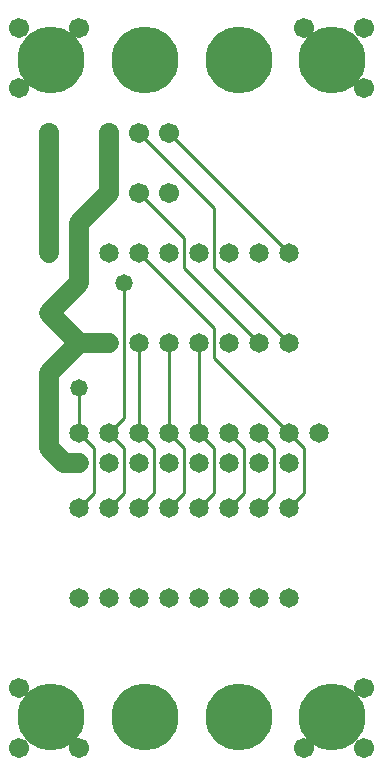
<source format=gtl>
%MOIN*%
%FSLAX25Y25*%
G04 D10 used for Character Trace; *
G04     Circle (OD=.01000) (No hole)*
G04 D11 used for Power Trace; *
G04     Circle (OD=.06700) (No hole)*
G04 D12 used for Signal Trace; *
G04     Circle (OD=.01100) (No hole)*
G04 D13 used for Via; *
G04     Circle (OD=.05800) (Round. Hole ID=.02800)*
G04 D14 used for Component hole; *
G04     Circle (OD=.06500) (Round. Hole ID=.03500)*
G04 D15 used for Component hole; *
G04     Circle (OD=.06700) (Round. Hole ID=.04300)*
G04 D16 used for Component hole; *
G04     Circle (OD=.08100) (Round. Hole ID=.05100)*
G04 D17 used for Component hole; *
G04     Circle (OD=.08900) (Round. Hole ID=.05900)*
G04 D18 used for Component hole; *
G04     Circle (OD=.11300) (Round. Hole ID=.08300)*
G04 D19 used for Component hole; *
G04     Circle (OD=.16000) (Round. Hole ID=.13000)*
G04 D20 used for Component hole; *
G04     Circle (OD=.18300) (Round. Hole ID=.15300)*
G04 D21 used for Component hole; *
G04     Circle (OD=.22291) (Round. Hole ID=.19291)*
%ADD10C,.01000*%
%ADD11C,.06700*%
%ADD12C,.01100*%
%ADD13C,.05800*%
%ADD14C,.06500*%
%ADD15C,.06700*%
%ADD16C,.08100*%
%ADD17C,.08900*%
%ADD18C,.11300*%
%ADD19C,.16000*%
%ADD20C,.18300*%
%ADD21C,.22291*%
%IPPOS*%
%LPD*%
G90*X0Y0D02*D15*X5000Y5000D03*D21*X15625Y15625D03*
D15*X5000Y25000D03*X25000Y5000D03*D21*            
X46875Y15625D03*D14*X55000Y55000D03*X45000D03*    
X35000D03*X25000D03*X65000D03*X75000D03*D21*      
X78125Y15625D03*D14*X85000Y85000D03*D12*          
X90000Y90000D01*Y105000D01*X85000Y110000D01*D14*  
D03*D12*X80000Y90000D02*Y105000D01*               
X75000Y85000D02*X80000Y90000D01*D14*              
X75000Y85000D03*D12*X65000D02*X70000Y90000D01*D14*
X65000Y85000D03*D12*X70000Y90000D02*Y105000D01*   
X65000Y110000D01*D14*D03*D12*Y140000D01*D14*D03*  
D12*X95000Y110000D02*X70000Y135000D01*D14*        
X95000Y110000D03*D12*X100000Y105000D01*Y90000D01* 
X95000Y85000D01*D14*D03*Y100000D03*X85000D03*     
X75000D03*D12*X80000Y105000D02*X75000Y110000D01*  
D14*D03*X65000Y100000D03*D12*X60000Y90000D02*     
Y105000D01*X55000Y85000D02*X60000Y90000D01*D14*   
X55000Y85000D03*D12*X45000D02*X50000Y90000D01*D14*
X45000Y85000D03*D12*X50000Y90000D02*Y105000D01*   
X45000Y110000D01*D14*D03*D12*Y140000D01*D14*D03*  
X55000D03*D12*Y110000D01*D14*D03*D12*             
X60000Y105000D01*D14*X55000Y100000D03*X45000D03*  
D12*X35000Y110000D02*X40000Y115000D01*D14*        
X35000Y110000D03*D12*X40000Y105000D01*Y90000D01*  
X35000Y85000D01*D14*D03*D12*X25000D02*            
X30000Y90000D01*D14*X25000Y85000D03*D12*          
X30000Y90000D02*Y105000D01*X25000Y110000D01*D14*  
D03*D12*Y125000D01*D13*D03*D11*X15000Y110000D02*  
Y130000D01*D14*Y110000D03*D11*Y105000D01*         
X20000Y100000D01*X25000D01*D14*D03*X35000D03*D12* 
X40000Y115000D02*Y160000D01*D13*D03*D14*          
X45000Y170000D03*D12*X70000Y145000D01*Y135000D01* 
D14*X75000Y140000D03*X85000D03*D12*               
X60000Y165000D01*Y175000D01*X45000Y190000D01*D15* 
D03*X55000D03*X35000D03*D11*X25000Y180000D01*     
Y160000D01*X15000Y150000D01*D14*D03*D11*          
X25000Y140000D01*D10*X24163Y141914D02*            
X25000Y142871D01*Y137129D01*X24163D02*X25837D01*  
D11*X15000Y130000D02*X25000Y140000D01*D10*        
X24163Y141914D02*X25000Y142871D01*Y137129D01*     
X24163D02*X25837D01*D11*X25000Y140000D02*         
X35000D01*D14*D03*D10*X24163Y141914D02*           
X25000Y142871D01*Y137129D01*X24163D02*X25837D01*  
D14*X65000Y170000D03*X55000D03*X35000D03*         
X15000D03*D11*Y190000D01*D15*D03*D11*Y210000D01*  
D15*D03*X5000Y225000D03*D11*X35000Y190000D02*     
Y210000D01*D15*D03*X45000D03*D12*X70000Y185000D01*
Y165000D01*X95000Y140000D01*D14*D03*Y170000D03*   
D12*X55000Y210000D01*D15*D03*D21*X78125Y234375D03*
X46875D03*D15*X25000Y245000D03*D21*               
X15625Y234375D03*D14*X75000Y170000D03*X85000D03*  
D15*X100000Y245000D03*X5000D03*D21*               
X109375Y234375D03*D15*X120000Y225000D03*          
Y245000D03*D14*X105000Y110000D03*X85000Y55000D03* 
X95000D03*D15*X120000Y25000D03*D21*               
X109375Y15625D03*D15*X100000Y5000D03*X120000D03*  
M02*                                              

</source>
